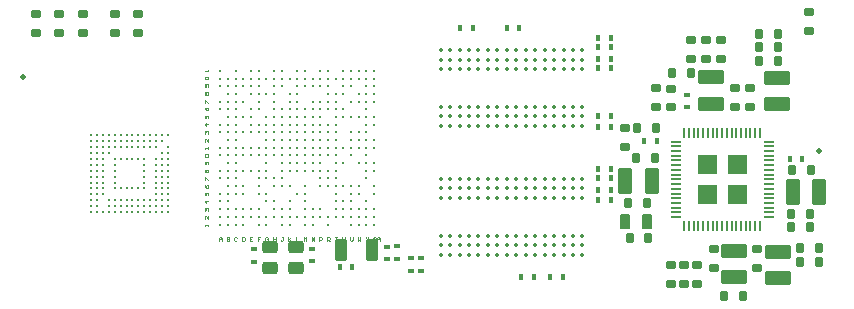
<source format=gtp>
G04*
G04 #@! TF.GenerationSoftware,Altium Limited,Altium Designer,22.5.1 (42)*
G04*
G04 Layer_Color=15987699*
%FSLAX24Y24*%
%MOIN*%
G70*
G04*
G04 #@! TF.SameCoordinates,15B8646E-C553-4937-87EE-17013A6B0CAB*
G04*
G04*
G04 #@! TF.FilePolarity,Positive*
G04*
G01*
G75*
%ADD11C,0.0098*%
%ADD12C,0.0091*%
%ADD15C,0.0004*%
%ADD16C,0.0197*%
G04:AMPARAMS|DCode=17|XSize=27.6mil|YSize=31.5mil|CornerRadius=3.4mil|HoleSize=0mil|Usage=FLASHONLY|Rotation=270.000|XOffset=0mil|YOffset=0mil|HoleType=Round|Shape=RoundedRectangle|*
%AMROUNDEDRECTD17*
21,1,0.0276,0.0246,0,0,270.0*
21,1,0.0207,0.0315,0,0,270.0*
1,1,0.0069,-0.0123,-0.0103*
1,1,0.0069,-0.0123,0.0103*
1,1,0.0069,0.0123,0.0103*
1,1,0.0069,0.0123,-0.0103*
%
%ADD17ROUNDEDRECTD17*%
%ADD18C,0.0138*%
G04:AMPARAMS|DCode=19|XSize=51.2mil|YSize=43.3mil|CornerRadius=10.8mil|HoleSize=0mil|Usage=FLASHONLY|Rotation=180.000|XOffset=0mil|YOffset=0mil|HoleType=Round|Shape=RoundedRectangle|*
%AMROUNDEDRECTD19*
21,1,0.0512,0.0217,0,0,180.0*
21,1,0.0295,0.0433,0,0,180.0*
1,1,0.0217,-0.0148,0.0108*
1,1,0.0217,0.0148,0.0108*
1,1,0.0217,0.0148,-0.0108*
1,1,0.0217,-0.0148,-0.0108*
%
%ADD19ROUNDEDRECTD19*%
G04:AMPARAMS|DCode=20|XSize=8.7mil|YSize=33.9mil|CornerRadius=1.1mil|HoleSize=0mil|Usage=FLASHONLY|Rotation=180.000|XOffset=0mil|YOffset=0mil|HoleType=Round|Shape=RoundedRectangle|*
%AMROUNDEDRECTD20*
21,1,0.0087,0.0317,0,0,180.0*
21,1,0.0065,0.0339,0,0,180.0*
1,1,0.0022,-0.0032,0.0158*
1,1,0.0022,0.0032,0.0158*
1,1,0.0022,0.0032,-0.0158*
1,1,0.0022,-0.0032,-0.0158*
%
%ADD20ROUNDEDRECTD20*%
G04:AMPARAMS|DCode=21|XSize=33.9mil|YSize=8.7mil|CornerRadius=1.1mil|HoleSize=0mil|Usage=FLASHONLY|Rotation=180.000|XOffset=0mil|YOffset=0mil|HoleType=Round|Shape=RoundedRectangle|*
%AMROUNDEDRECTD21*
21,1,0.0339,0.0065,0,0,180.0*
21,1,0.0317,0.0087,0,0,180.0*
1,1,0.0022,-0.0158,0.0032*
1,1,0.0022,0.0158,0.0032*
1,1,0.0022,0.0158,-0.0032*
1,1,0.0022,-0.0158,-0.0032*
%
%ADD21ROUNDEDRECTD21*%
G04:AMPARAMS|DCode=22|XSize=39.4mil|YSize=70.9mil|CornerRadius=4.9mil|HoleSize=0mil|Usage=FLASHONLY|Rotation=180.000|XOffset=0mil|YOffset=0mil|HoleType=Round|Shape=RoundedRectangle|*
%AMROUNDEDRECTD22*
21,1,0.0394,0.0610,0,0,180.0*
21,1,0.0295,0.0709,0,0,180.0*
1,1,0.0098,-0.0148,0.0305*
1,1,0.0098,0.0148,0.0305*
1,1,0.0098,0.0148,-0.0305*
1,1,0.0098,-0.0148,-0.0305*
%
%ADD22ROUNDEDRECTD22*%
G04:AMPARAMS|DCode=23|XSize=50mil|YSize=35mil|CornerRadius=4.4mil|HoleSize=0mil|Usage=FLASHONLY|Rotation=270.000|XOffset=0mil|YOffset=0mil|HoleType=Round|Shape=RoundedRectangle|*
%AMROUNDEDRECTD23*
21,1,0.0500,0.0263,0,0,270.0*
21,1,0.0413,0.0350,0,0,270.0*
1,1,0.0088,-0.0131,-0.0206*
1,1,0.0088,-0.0131,0.0206*
1,1,0.0088,0.0131,0.0206*
1,1,0.0088,0.0131,-0.0206*
%
%ADD23ROUNDEDRECTD23*%
G04:AMPARAMS|DCode=24|XSize=15.7mil|YSize=19.7mil|CornerRadius=2mil|HoleSize=0mil|Usage=FLASHONLY|Rotation=180.000|XOffset=0mil|YOffset=0mil|HoleType=Round|Shape=RoundedRectangle|*
%AMROUNDEDRECTD24*
21,1,0.0157,0.0157,0,0,180.0*
21,1,0.0118,0.0197,0,0,180.0*
1,1,0.0039,-0.0059,0.0079*
1,1,0.0039,0.0059,0.0079*
1,1,0.0039,0.0059,-0.0079*
1,1,0.0039,-0.0059,-0.0079*
%
%ADD24ROUNDEDRECTD24*%
G04:AMPARAMS|DCode=25|XSize=15.7mil|YSize=19.7mil|CornerRadius=2mil|HoleSize=0mil|Usage=FLASHONLY|Rotation=270.000|XOffset=0mil|YOffset=0mil|HoleType=Round|Shape=RoundedRectangle|*
%AMROUNDEDRECTD25*
21,1,0.0157,0.0157,0,0,270.0*
21,1,0.0118,0.0197,0,0,270.0*
1,1,0.0039,-0.0079,-0.0059*
1,1,0.0039,-0.0079,0.0059*
1,1,0.0039,0.0079,0.0059*
1,1,0.0039,0.0079,-0.0059*
%
%ADD25ROUNDEDRECTD25*%
G04:AMPARAMS|DCode=26|XSize=47.2mil|YSize=87.4mil|CornerRadius=5.9mil|HoleSize=0mil|Usage=FLASHONLY|Rotation=90.000|XOffset=0mil|YOffset=0mil|HoleType=Round|Shape=RoundedRectangle|*
%AMROUNDEDRECTD26*
21,1,0.0472,0.0756,0,0,90.0*
21,1,0.0354,0.0874,0,0,90.0*
1,1,0.0118,0.0378,0.0177*
1,1,0.0118,0.0378,-0.0177*
1,1,0.0118,-0.0378,-0.0177*
1,1,0.0118,-0.0378,0.0177*
%
%ADD26ROUNDEDRECTD26*%
G04:AMPARAMS|DCode=27|XSize=47.2mil|YSize=87.4mil|CornerRadius=5.9mil|HoleSize=0mil|Usage=FLASHONLY|Rotation=180.000|XOffset=0mil|YOffset=0mil|HoleType=Round|Shape=RoundedRectangle|*
%AMROUNDEDRECTD27*
21,1,0.0472,0.0756,0,0,180.0*
21,1,0.0354,0.0874,0,0,180.0*
1,1,0.0118,-0.0177,0.0378*
1,1,0.0118,0.0177,0.0378*
1,1,0.0118,0.0177,-0.0378*
1,1,0.0118,-0.0177,-0.0378*
%
%ADD27ROUNDEDRECTD27*%
G04:AMPARAMS|DCode=28|XSize=27.6mil|YSize=31.5mil|CornerRadius=3.4mil|HoleSize=0mil|Usage=FLASHONLY|Rotation=180.000|XOffset=0mil|YOffset=0mil|HoleType=Round|Shape=RoundedRectangle|*
%AMROUNDEDRECTD28*
21,1,0.0276,0.0246,0,0,180.0*
21,1,0.0207,0.0315,0,0,180.0*
1,1,0.0069,-0.0103,0.0123*
1,1,0.0069,0.0103,0.0123*
1,1,0.0069,0.0103,-0.0123*
1,1,0.0069,-0.0103,-0.0123*
%
%ADD28ROUNDEDRECTD28*%
G36*
X22656Y5514D02*
X23289D01*
Y4880D01*
X22656D01*
Y5514D01*
D02*
G37*
G36*
Y6518D02*
X23289D01*
Y5884D01*
X22656D01*
Y6518D01*
D02*
G37*
G36*
X23659Y5514D02*
X24293D01*
Y4880D01*
X23659D01*
Y5514D01*
D02*
G37*
G36*
Y6518D02*
X24293D01*
Y5884D01*
X23659D01*
Y6518D01*
D02*
G37*
D11*
X5000Y4606D02*
D03*
X4803D02*
D03*
X4606D02*
D03*
X4409D02*
D03*
X4213D02*
D03*
X4016D02*
D03*
X3819D02*
D03*
X3622D02*
D03*
X3425D02*
D03*
X3228D02*
D03*
X3031D02*
D03*
X2835D02*
D03*
X2638D02*
D03*
X2441D02*
D03*
X5000Y4803D02*
D03*
X4803D02*
D03*
X4606D02*
D03*
X4409D02*
D03*
X4213D02*
D03*
X4016D02*
D03*
X3819D02*
D03*
X3622D02*
D03*
X3425D02*
D03*
X3228D02*
D03*
X3031D02*
D03*
X2638D02*
D03*
X2441D02*
D03*
X5000Y5000D02*
D03*
X4803D02*
D03*
X4606D02*
D03*
X4409D02*
D03*
X4213D02*
D03*
X4016D02*
D03*
X3819D02*
D03*
X3622D02*
D03*
X3425D02*
D03*
X3228D02*
D03*
X3031D02*
D03*
X2638D02*
D03*
X2441D02*
D03*
X5000Y5197D02*
D03*
X4803D02*
D03*
X4606D02*
D03*
X2835D02*
D03*
X2638D02*
D03*
X2441D02*
D03*
X5000Y5394D02*
D03*
X4803D02*
D03*
X4606D02*
D03*
X4213D02*
D03*
X4016D02*
D03*
X3819D02*
D03*
X3622D02*
D03*
X3425D02*
D03*
X3228D02*
D03*
X2835D02*
D03*
X2638D02*
D03*
X2441D02*
D03*
X5000Y5591D02*
D03*
X4803D02*
D03*
X4606D02*
D03*
X4213D02*
D03*
X3228D02*
D03*
X2835D02*
D03*
X2638D02*
D03*
X2441D02*
D03*
X5000Y5787D02*
D03*
X4803D02*
D03*
X4606D02*
D03*
X4213D02*
D03*
X3228D02*
D03*
X2835D02*
D03*
X2638D02*
D03*
X2441D02*
D03*
X5000Y5984D02*
D03*
X4803D02*
D03*
X4606D02*
D03*
X4213D02*
D03*
X3228D02*
D03*
X2835D02*
D03*
X2638D02*
D03*
X2441D02*
D03*
X5000Y6181D02*
D03*
X4803D02*
D03*
X4606D02*
D03*
X4213D02*
D03*
X3228D02*
D03*
X2835D02*
D03*
X2638D02*
D03*
X2441D02*
D03*
X5000Y6378D02*
D03*
X4803D02*
D03*
X4606D02*
D03*
X4213D02*
D03*
X4016D02*
D03*
X3819D02*
D03*
X3622D02*
D03*
X3425D02*
D03*
X3228D02*
D03*
X2835D02*
D03*
X2638D02*
D03*
X2441D02*
D03*
X5000Y6575D02*
D03*
X4803D02*
D03*
X3031D02*
D03*
X2835D02*
D03*
X2638D02*
D03*
X2441D02*
D03*
X5000Y6772D02*
D03*
X4606D02*
D03*
X4409D02*
D03*
X4213D02*
D03*
X4016D02*
D03*
X3819D02*
D03*
X3622D02*
D03*
X3425D02*
D03*
X3228D02*
D03*
X3031D02*
D03*
X2835D02*
D03*
X2638D02*
D03*
X2441D02*
D03*
X4803Y6969D02*
D03*
X4606D02*
D03*
X4409D02*
D03*
X4213D02*
D03*
X4016D02*
D03*
X3819D02*
D03*
X3622D02*
D03*
X3425D02*
D03*
X3228D02*
D03*
X3031D02*
D03*
X2835D02*
D03*
X2638D02*
D03*
X2441D02*
D03*
X5000Y7165D02*
D03*
X4803D02*
D03*
X4606D02*
D03*
X4409D02*
D03*
X4213D02*
D03*
X4016D02*
D03*
X3819D02*
D03*
X3622D02*
D03*
X3425D02*
D03*
X3228D02*
D03*
X3031D02*
D03*
X2835D02*
D03*
X2638D02*
D03*
X2441D02*
D03*
D12*
X6752Y4193D02*
D03*
X7008D02*
D03*
X7264D02*
D03*
X7520D02*
D03*
X8031D02*
D03*
X8287D02*
D03*
X8799D02*
D03*
X9055D02*
D03*
X9567D02*
D03*
X9823D02*
D03*
X10335D02*
D03*
X11102D02*
D03*
X11358D02*
D03*
X11614D02*
D03*
X11870D02*
D03*
X6752Y4449D02*
D03*
X7008D02*
D03*
X7264D02*
D03*
X7520D02*
D03*
X7776D02*
D03*
X8031D02*
D03*
X8287D02*
D03*
X8543D02*
D03*
X8799D02*
D03*
X9055D02*
D03*
X9311D02*
D03*
X9567D02*
D03*
X9823D02*
D03*
X10079D02*
D03*
X10335D02*
D03*
X10591D02*
D03*
X10846D02*
D03*
X11102D02*
D03*
X11358D02*
D03*
X11614D02*
D03*
X11870D02*
D03*
X6752Y4705D02*
D03*
X7008D02*
D03*
X7264D02*
D03*
X7520D02*
D03*
X7776D02*
D03*
X8031D02*
D03*
X8543D02*
D03*
X8799D02*
D03*
X9055D02*
D03*
X9567D02*
D03*
X9823D02*
D03*
X10079D02*
D03*
X10591D02*
D03*
X10846D02*
D03*
X11102D02*
D03*
X11358D02*
D03*
X11614D02*
D03*
X11870D02*
D03*
X6752Y4961D02*
D03*
X7008D02*
D03*
X8287D02*
D03*
X8543D02*
D03*
X9055D02*
D03*
X9567D02*
D03*
X10079Y5472D02*
D03*
X10591Y4961D02*
D03*
X10846D02*
D03*
X11102D02*
D03*
X11614D02*
D03*
X6752Y5217D02*
D03*
X7008D02*
D03*
X7264D02*
D03*
X7520D02*
D03*
X8031D02*
D03*
X8287D02*
D03*
X9311D02*
D03*
X9567D02*
D03*
X10591D02*
D03*
X11102D02*
D03*
X11358D02*
D03*
X11870D02*
D03*
X7008Y5472D02*
D03*
X7264D02*
D03*
X7520D02*
D03*
X8031D02*
D03*
X8543D02*
D03*
X8799D02*
D03*
X9055D02*
D03*
X9567D02*
D03*
X10335D02*
D03*
X10591D02*
D03*
X10846D02*
D03*
X11102D02*
D03*
X11358D02*
D03*
X11870D02*
D03*
X6752Y5728D02*
D03*
X7008D02*
D03*
X7264D02*
D03*
X8031D02*
D03*
X8287D02*
D03*
X8543D02*
D03*
X8799D02*
D03*
X10079D02*
D03*
X10335D02*
D03*
X10591D02*
D03*
X11614D02*
D03*
X6752Y5984D02*
D03*
X7008D02*
D03*
X7264D02*
D03*
X7520D02*
D03*
X7776D02*
D03*
X8031D02*
D03*
X8287D02*
D03*
X8799D02*
D03*
X9055D02*
D03*
X9311D02*
D03*
X9567D02*
D03*
X9823D02*
D03*
X10079D02*
D03*
X10335D02*
D03*
X10591D02*
D03*
X11614D02*
D03*
X11870D02*
D03*
X7008Y6240D02*
D03*
X7264D02*
D03*
X8287D02*
D03*
X8799D02*
D03*
X9055D02*
D03*
X9311D02*
D03*
X9567D02*
D03*
X9823D02*
D03*
X10079D02*
D03*
X10591D02*
D03*
X10846D02*
D03*
X11614D02*
D03*
X11870D02*
D03*
X6752Y6496D02*
D03*
X7008D02*
D03*
X7264D02*
D03*
X7520D02*
D03*
X7776D02*
D03*
X8031D02*
D03*
X8287D02*
D03*
X8543D02*
D03*
X8799D02*
D03*
X9055D02*
D03*
X9311D02*
D03*
X9567D02*
D03*
X9823D02*
D03*
X10079D02*
D03*
X10335D02*
D03*
X10591D02*
D03*
X11102D02*
D03*
X11614D02*
D03*
X6752Y6752D02*
D03*
X7008D02*
D03*
X7264D02*
D03*
X7520D02*
D03*
X7776D02*
D03*
X8031D02*
D03*
X8287D02*
D03*
X8543D02*
D03*
X8799D02*
D03*
X9055D02*
D03*
X9311D02*
D03*
X9567D02*
D03*
X9823D02*
D03*
X10079D02*
D03*
X10335D02*
D03*
X10591D02*
D03*
X10846D02*
D03*
X11102D02*
D03*
X11358D02*
D03*
X11614D02*
D03*
X11870D02*
D03*
X7008Y7008D02*
D03*
X7264D02*
D03*
X8287D02*
D03*
X8543D02*
D03*
X8799D02*
D03*
X9055D02*
D03*
X9311D02*
D03*
X9567D02*
D03*
X9823D02*
D03*
X10079D02*
D03*
X10335D02*
D03*
X10591D02*
D03*
X11102D02*
D03*
X11358D02*
D03*
X11614D02*
D03*
X11870D02*
D03*
X6752Y7264D02*
D03*
X7008D02*
D03*
X7264D02*
D03*
X7520D02*
D03*
X7776D02*
D03*
X8031D02*
D03*
X8287D02*
D03*
X8543D02*
D03*
X8799D02*
D03*
X9055D02*
D03*
X9311D02*
D03*
X9567D02*
D03*
X9823D02*
D03*
X10079D02*
D03*
X10335D02*
D03*
X10591D02*
D03*
X11102D02*
D03*
X11614D02*
D03*
X6752Y7520D02*
D03*
X7008D02*
D03*
X7264D02*
D03*
X7776D02*
D03*
X8031D02*
D03*
X8287D02*
D03*
X8543D02*
D03*
X8799D02*
D03*
X9055D02*
D03*
X9311D02*
D03*
X9567D02*
D03*
X9823D02*
D03*
X10079D02*
D03*
X10335D02*
D03*
X10591D02*
D03*
X11614D02*
D03*
X11870D02*
D03*
X7008Y7776D02*
D03*
X7264D02*
D03*
X7520D02*
D03*
X7776D02*
D03*
X8287D02*
D03*
X8543D02*
D03*
X8799D02*
D03*
X9055D02*
D03*
X9311D02*
D03*
X9567D02*
D03*
X9823D02*
D03*
X10079D02*
D03*
X10591D02*
D03*
X10846D02*
D03*
X11102D02*
D03*
X11358D02*
D03*
X11614D02*
D03*
X11870D02*
D03*
X6752Y8031D02*
D03*
X7008D02*
D03*
X7264D02*
D03*
X7776D02*
D03*
X8031D02*
D03*
X8543D02*
D03*
X8799D02*
D03*
X9055D02*
D03*
X9311D02*
D03*
X9567D02*
D03*
X9823D02*
D03*
X10079D02*
D03*
X10335D02*
D03*
X10591D02*
D03*
X10846D02*
D03*
X11614D02*
D03*
X6752Y8287D02*
D03*
X7008D02*
D03*
X7264D02*
D03*
X7520D02*
D03*
X8031D02*
D03*
X8543D02*
D03*
X9055D02*
D03*
X9311D02*
D03*
X9823D02*
D03*
X10079D02*
D03*
X10335D02*
D03*
X10591D02*
D03*
X11102D02*
D03*
X11614D02*
D03*
X11870D02*
D03*
X7008Y8543D02*
D03*
X7264D02*
D03*
X7776D02*
D03*
X8031D02*
D03*
X8287D02*
D03*
X8543D02*
D03*
X9055D02*
D03*
X9311D02*
D03*
X10335D02*
D03*
X10591D02*
D03*
X10846D02*
D03*
X11358D02*
D03*
X11614D02*
D03*
X11870D02*
D03*
X6752Y8799D02*
D03*
X7008D02*
D03*
X7264D02*
D03*
X7520D02*
D03*
X7776D02*
D03*
X8031D02*
D03*
X8543D02*
D03*
X8799D02*
D03*
X9311D02*
D03*
X9567D02*
D03*
X9823D02*
D03*
X10079D02*
D03*
X10335D02*
D03*
X10846D02*
D03*
X11102D02*
D03*
X11614D02*
D03*
X11870D02*
D03*
X6752Y9055D02*
D03*
X7008D02*
D03*
X7264D02*
D03*
X7520D02*
D03*
X7776D02*
D03*
X8031D02*
D03*
X8287D02*
D03*
X8543D02*
D03*
X8799D02*
D03*
X9055D02*
D03*
X9311D02*
D03*
X9567D02*
D03*
X9823D02*
D03*
X10079D02*
D03*
X10335D02*
D03*
X10591D02*
D03*
X10846D02*
D03*
X11102D02*
D03*
X11358D02*
D03*
X11614D02*
D03*
X11870D02*
D03*
X6752Y9311D02*
D03*
X7264D02*
D03*
X7776D02*
D03*
X8031D02*
D03*
X8543D02*
D03*
X8799D02*
D03*
X9311D02*
D03*
X9567D02*
D03*
X10079D02*
D03*
X10335D02*
D03*
X10846D02*
D03*
X11102D02*
D03*
X11358D02*
D03*
X11614D02*
D03*
X11870D02*
D03*
X11358Y7264D02*
D03*
Y6240D02*
D03*
Y8287D02*
D03*
D15*
X6352Y4143D02*
Y4186D01*
Y4165D01*
X6222D01*
X6244Y4143D01*
X6352Y4468D02*
Y4381D01*
X6265Y4468D01*
X6244D01*
X6222Y4446D01*
Y4403D01*
X6244Y4381D01*
Y4641D02*
X6222Y4662D01*
Y4706D01*
X6244Y4727D01*
X6265D01*
X6287Y4706D01*
Y4684D01*
Y4706D01*
X6309Y4727D01*
X6330D01*
X6352Y4706D01*
Y4662D01*
X6330Y4641D01*
X6352Y4965D02*
X6222D01*
X6287Y4901D01*
Y4987D01*
X6222Y5247D02*
Y5160D01*
X6287D01*
X6265Y5204D01*
Y5225D01*
X6287Y5247D01*
X6330D01*
X6352Y5225D01*
Y5182D01*
X6330Y5160D01*
X6222Y5507D02*
X6244Y5463D01*
X6287Y5420D01*
X6330D01*
X6352Y5442D01*
Y5485D01*
X6330Y5507D01*
X6309D01*
X6287Y5485D01*
Y5420D01*
X6222Y5680D02*
Y5766D01*
X6244D01*
X6330Y5680D01*
X6352D01*
X6244Y5940D02*
X6222Y5961D01*
Y6005D01*
X6244Y6026D01*
X6265D01*
X6287Y6005D01*
X6309Y6026D01*
X6330D01*
X6352Y6005D01*
Y5961D01*
X6330Y5940D01*
X6309D01*
X6287Y5961D01*
X6265Y5940D01*
X6244D01*
X6287Y5961D02*
Y6005D01*
X6330Y6199D02*
X6352Y6221D01*
Y6264D01*
X6330Y6286D01*
X6244D01*
X6222Y6264D01*
Y6221D01*
X6244Y6199D01*
X6265D01*
X6287Y6221D01*
Y6286D01*
X6244Y6459D02*
X6222Y6481D01*
Y6524D01*
X6244Y6546D01*
X6330D01*
X6352Y6524D01*
Y6481D01*
X6330Y6459D01*
X6244D01*
X6352Y6719D02*
Y6762D01*
Y6740D01*
X6222D01*
X6244Y6719D01*
X6352Y7044D02*
Y6957D01*
X6265Y7044D01*
X6244D01*
X6222Y7022D01*
Y6979D01*
X6244Y6957D01*
Y7217D02*
X6222Y7238D01*
Y7282D01*
X6244Y7303D01*
X6265D01*
X6287Y7282D01*
Y7260D01*
Y7282D01*
X6309Y7303D01*
X6330D01*
X6352Y7282D01*
Y7238D01*
X6330Y7217D01*
X6352Y7541D02*
X6222D01*
X6287Y7476D01*
Y7563D01*
X6222Y7823D02*
Y7736D01*
X6287D01*
X6265Y7780D01*
Y7801D01*
X6287Y7823D01*
X6330D01*
X6352Y7801D01*
Y7758D01*
X6330Y7736D01*
X6222Y8083D02*
X6244Y8039D01*
X6287Y7996D01*
X6330D01*
X6352Y8018D01*
Y8061D01*
X6330Y8083D01*
X6309D01*
X6287Y8061D01*
Y7996D01*
X6222Y8256D02*
Y8342D01*
X6244D01*
X6330Y8256D01*
X6352D01*
X6244Y8515D02*
X6222Y8537D01*
Y8580D01*
X6244Y8602D01*
X6265D01*
X6287Y8580D01*
X6309Y8602D01*
X6330D01*
X6352Y8580D01*
Y8537D01*
X6330Y8515D01*
X6309D01*
X6287Y8537D01*
X6265Y8515D01*
X6244D01*
X6287Y8537D02*
Y8580D01*
X6330Y8775D02*
X6352Y8797D01*
Y8840D01*
X6330Y8862D01*
X6244D01*
X6222Y8840D01*
Y8797D01*
X6244Y8775D01*
X6265D01*
X6287Y8797D01*
Y8862D01*
X6244Y9035D02*
X6222Y9057D01*
Y9100D01*
X6244Y9122D01*
X6330D01*
X6352Y9100D01*
Y9057D01*
X6330Y9035D01*
X6244D01*
X6352Y9295D02*
Y9338D01*
Y9316D01*
X6222D01*
X6244Y9295D01*
X6702Y3643D02*
Y3729D01*
X6745Y3772D01*
X6788Y3729D01*
Y3643D01*
Y3707D01*
X6702D01*
X6959Y3772D02*
Y3643D01*
X7024D01*
X7045Y3664D01*
Y3686D01*
X7024Y3707D01*
X6959D01*
X7024D01*
X7045Y3729D01*
Y3750D01*
X7024Y3772D01*
X6959D01*
X7303Y3750D02*
X7281Y3772D01*
X7238D01*
X7217Y3750D01*
Y3664D01*
X7238Y3643D01*
X7281D01*
X7303Y3664D01*
X7474Y3772D02*
Y3643D01*
X7538D01*
X7560Y3664D01*
Y3750D01*
X7538Y3772D01*
X7474D01*
X7817D02*
X7732D01*
Y3643D01*
X7817D01*
X7732Y3707D02*
X7774D01*
X8075Y3772D02*
X7989D01*
Y3707D01*
X8032D01*
X7989D01*
Y3643D01*
X8332Y3750D02*
X8311Y3772D01*
X8268D01*
X8246Y3750D01*
Y3664D01*
X8268Y3643D01*
X8311D01*
X8332Y3664D01*
Y3707D01*
X8289D01*
X8504Y3772D02*
Y3643D01*
Y3707D01*
X8590D01*
Y3772D01*
Y3643D01*
X8847Y3772D02*
X8804D01*
X8825D01*
Y3664D01*
X8804Y3643D01*
X8783D01*
X8761Y3664D01*
X9019Y3772D02*
Y3643D01*
Y3686D01*
X9104Y3772D01*
X9040Y3707D01*
X9104Y3643D01*
X9276Y3772D02*
Y3643D01*
X9362D01*
X9533D02*
Y3772D01*
X9576Y3729D01*
X9619Y3772D01*
Y3643D01*
X9791D02*
Y3772D01*
X9877Y3643D01*
Y3772D01*
X10048Y3643D02*
Y3772D01*
X10112D01*
X10134Y3750D01*
Y3707D01*
X10112Y3686D01*
X10048D01*
X10306Y3643D02*
Y3772D01*
X10370D01*
X10391Y3750D01*
Y3707D01*
X10370Y3686D01*
X10306D01*
X10348D02*
X10391Y3643D01*
X10563Y3772D02*
X10649D01*
X10606D01*
Y3643D01*
X10820Y3772D02*
Y3664D01*
X10842Y3643D01*
X10885D01*
X10906Y3664D01*
Y3772D01*
X11078D02*
Y3686D01*
X11121Y3643D01*
X11163Y3686D01*
Y3772D01*
X11335D02*
Y3643D01*
X11378Y3686D01*
X11421Y3643D01*
Y3772D01*
X11592D02*
Y3750D01*
X11635Y3707D01*
X11678Y3750D01*
Y3772D01*
X11635Y3707D02*
Y3643D01*
X11850D02*
Y3729D01*
X11893Y3772D01*
X11936Y3729D01*
Y3643D01*
Y3707D01*
X11850D01*
X11979Y3643D02*
Y3729D01*
X12021Y3772D01*
X12064Y3729D01*
Y3643D01*
Y3707D01*
X11979D01*
D16*
X181Y9118D02*
D03*
X26713Y6631D02*
D03*
D17*
X4016Y11221D02*
D03*
Y10591D02*
D03*
X2165Y11220D02*
D03*
Y10591D02*
D03*
X3228Y11220D02*
D03*
Y10591D02*
D03*
X1378Y11220D02*
D03*
Y10591D02*
D03*
X26378Y10630D02*
D03*
Y11260D02*
D03*
X591Y11221D02*
D03*
Y10591D02*
D03*
X23189Y3386D02*
D03*
Y2756D02*
D03*
X24409Y8110D02*
D03*
Y8740D02*
D03*
X23443Y10356D02*
D03*
Y9726D02*
D03*
X23898Y8740D02*
D03*
Y8110D02*
D03*
X21772Y2835D02*
D03*
Y2205D02*
D03*
X22205Y2835D02*
D03*
Y2205D02*
D03*
X22638Y2835D02*
D03*
Y2205D02*
D03*
X20236Y7402D02*
D03*
Y6772D02*
D03*
X21268Y8727D02*
D03*
Y8097D02*
D03*
X21777Y8096D02*
D03*
Y8726D02*
D03*
X24646Y2756D02*
D03*
Y3386D02*
D03*
X22449Y9726D02*
D03*
Y10356D02*
D03*
X22945Y9726D02*
D03*
Y10356D02*
D03*
D18*
X18819Y10000D02*
D03*
X18504D02*
D03*
X18189D02*
D03*
X17874D02*
D03*
X17559D02*
D03*
X17244D02*
D03*
X16929D02*
D03*
X16614D02*
D03*
X16299D02*
D03*
X15984D02*
D03*
X15669D02*
D03*
X15354D02*
D03*
X15039D02*
D03*
X14724D02*
D03*
X14409D02*
D03*
X14094D02*
D03*
X18819Y9685D02*
D03*
X18504D02*
D03*
X18189D02*
D03*
X17874D02*
D03*
X17559D02*
D03*
X17244D02*
D03*
X16929D02*
D03*
X16614D02*
D03*
X16299D02*
D03*
X15984D02*
D03*
X15669D02*
D03*
X15354D02*
D03*
X15039D02*
D03*
X14724D02*
D03*
X14409D02*
D03*
X14094D02*
D03*
X18819Y9370D02*
D03*
X18504D02*
D03*
X18189D02*
D03*
X17874D02*
D03*
X17559D02*
D03*
X17244D02*
D03*
X16929D02*
D03*
X16614D02*
D03*
X16299D02*
D03*
X15984D02*
D03*
X15669D02*
D03*
X15354D02*
D03*
X15039D02*
D03*
X14724D02*
D03*
X14409D02*
D03*
X14094D02*
D03*
X18819Y8110D02*
D03*
X18504D02*
D03*
X18189D02*
D03*
X17874D02*
D03*
X17559D02*
D03*
X17244D02*
D03*
X16929D02*
D03*
X16614D02*
D03*
X16299D02*
D03*
X15984D02*
D03*
X15669D02*
D03*
X15354D02*
D03*
X15039D02*
D03*
X14724D02*
D03*
X14409D02*
D03*
X14094D02*
D03*
X18819Y7795D02*
D03*
X18504D02*
D03*
X18189D02*
D03*
X17874D02*
D03*
X17559D02*
D03*
X17244D02*
D03*
X16929D02*
D03*
X16614D02*
D03*
X16299D02*
D03*
X15984D02*
D03*
X15669D02*
D03*
X15354D02*
D03*
X15039D02*
D03*
X14724D02*
D03*
X14409D02*
D03*
X14094D02*
D03*
X18819Y7480D02*
D03*
X18504D02*
D03*
X18189D02*
D03*
X17874D02*
D03*
X17559D02*
D03*
X17244D02*
D03*
X16929D02*
D03*
X16614D02*
D03*
X16299D02*
D03*
X15984D02*
D03*
X15669D02*
D03*
X15354D02*
D03*
X15039D02*
D03*
X14724D02*
D03*
X14409D02*
D03*
X14094D02*
D03*
X18819Y5709D02*
D03*
X18504D02*
D03*
X18189D02*
D03*
X17874D02*
D03*
X17559D02*
D03*
X17244D02*
D03*
X16929D02*
D03*
X16614D02*
D03*
X16299D02*
D03*
X15984D02*
D03*
X15669D02*
D03*
X15354D02*
D03*
X15039D02*
D03*
X14724D02*
D03*
X14409D02*
D03*
X14094D02*
D03*
X18819Y5394D02*
D03*
X18504D02*
D03*
X18189D02*
D03*
X17874D02*
D03*
X17559D02*
D03*
X17244D02*
D03*
X16929D02*
D03*
X16614D02*
D03*
X16299D02*
D03*
X15984D02*
D03*
X15669D02*
D03*
X15354D02*
D03*
X15039D02*
D03*
X14724D02*
D03*
X14409D02*
D03*
X14094D02*
D03*
X18819Y5079D02*
D03*
X18504D02*
D03*
X18189D02*
D03*
X17874D02*
D03*
X17559D02*
D03*
X17244D02*
D03*
X16929D02*
D03*
X16614D02*
D03*
X16299D02*
D03*
X15984D02*
D03*
X15669D02*
D03*
X15354D02*
D03*
X15039D02*
D03*
X14724D02*
D03*
X14409D02*
D03*
X14094D02*
D03*
X18819Y3819D02*
D03*
X18504D02*
D03*
X18189D02*
D03*
X17874D02*
D03*
X17559D02*
D03*
X17244D02*
D03*
X16929D02*
D03*
X16614D02*
D03*
X16299D02*
D03*
X15984D02*
D03*
X15669D02*
D03*
X15354D02*
D03*
X15039D02*
D03*
X14724D02*
D03*
X14409D02*
D03*
X14094D02*
D03*
X18819Y3504D02*
D03*
X18504D02*
D03*
X18189D02*
D03*
X17874D02*
D03*
X17559D02*
D03*
X17244D02*
D03*
X16929D02*
D03*
X16614D02*
D03*
X16299D02*
D03*
X15984D02*
D03*
X15669D02*
D03*
X15354D02*
D03*
X15039D02*
D03*
X14724D02*
D03*
X14409D02*
D03*
X14094D02*
D03*
X18819Y3189D02*
D03*
X18504D02*
D03*
X18189D02*
D03*
X17874D02*
D03*
X17559D02*
D03*
X17244D02*
D03*
X16929D02*
D03*
X16614D02*
D03*
X16299D02*
D03*
X15984D02*
D03*
X15669D02*
D03*
X15354D02*
D03*
X15039D02*
D03*
X14724D02*
D03*
X14409D02*
D03*
X14094D02*
D03*
D19*
X9280Y2744D02*
D03*
X8414D02*
D03*
Y3453D02*
D03*
X9280D02*
D03*
D20*
X24734Y7248D02*
D03*
X24577D02*
D03*
X24419D02*
D03*
X24262D02*
D03*
X24104D02*
D03*
X23947D02*
D03*
X23789D02*
D03*
X23632D02*
D03*
X23474D02*
D03*
X23317D02*
D03*
X23159D02*
D03*
X23002D02*
D03*
X22844D02*
D03*
X22687D02*
D03*
X22530D02*
D03*
X22372D02*
D03*
X22215D02*
D03*
Y4150D02*
D03*
X22372D02*
D03*
X22530D02*
D03*
X22687D02*
D03*
X22844D02*
D03*
X23002D02*
D03*
X23159D02*
D03*
X23317D02*
D03*
X23474D02*
D03*
X23632D02*
D03*
X23789D02*
D03*
X23947D02*
D03*
X24104D02*
D03*
X24262D02*
D03*
X24419D02*
D03*
X24577D02*
D03*
X24734D02*
D03*
D21*
X25024Y4439D02*
D03*
Y4596D02*
D03*
Y4754D02*
D03*
Y4911D02*
D03*
Y5069D02*
D03*
Y5226D02*
D03*
Y5384D02*
D03*
Y5541D02*
D03*
Y5699D02*
D03*
Y5856D02*
D03*
Y6014D02*
D03*
Y6171D02*
D03*
Y6329D02*
D03*
Y6486D02*
D03*
Y6644D02*
D03*
Y6801D02*
D03*
Y6959D02*
D03*
X21925D02*
D03*
Y6801D02*
D03*
Y6644D02*
D03*
Y6486D02*
D03*
Y6329D02*
D03*
Y6171D02*
D03*
Y6014D02*
D03*
Y5856D02*
D03*
Y5699D02*
D03*
Y5541D02*
D03*
Y5384D02*
D03*
Y5226D02*
D03*
Y5069D02*
D03*
Y4911D02*
D03*
Y4754D02*
D03*
Y4596D02*
D03*
Y4439D02*
D03*
D22*
X11804Y3344D02*
D03*
X10780D02*
D03*
D23*
X20984Y4291D02*
D03*
X20236D02*
D03*
D24*
X19350Y10400D02*
D03*
X19763D02*
D03*
X19350Y10100D02*
D03*
X19763D02*
D03*
X25728Y6378D02*
D03*
X26142D02*
D03*
X19350Y6050D02*
D03*
X19763D02*
D03*
X19350Y5750D02*
D03*
X19763D02*
D03*
X21289Y6986D02*
D03*
X20876D02*
D03*
X10731Y2768D02*
D03*
X11145D02*
D03*
X14750Y10750D02*
D03*
X15163D02*
D03*
X16713D02*
D03*
X16300D02*
D03*
X19763Y9723D02*
D03*
X19350D02*
D03*
X19763Y7800D02*
D03*
X19350D02*
D03*
X19763Y9400D02*
D03*
X19350D02*
D03*
X19763Y5350D02*
D03*
X19350D02*
D03*
X19763Y5022D02*
D03*
X19350D02*
D03*
Y7450D02*
D03*
X19763D02*
D03*
X16787Y2450D02*
D03*
X17200D02*
D03*
X18163D02*
D03*
X17750D02*
D03*
D25*
X12650Y3050D02*
D03*
Y3463D02*
D03*
X22300Y8100D02*
D03*
Y8513D02*
D03*
X7876Y2959D02*
D03*
Y3372D02*
D03*
X9817Y3390D02*
D03*
Y2977D02*
D03*
X12304Y3044D02*
D03*
Y3458D02*
D03*
X13450Y2650D02*
D03*
Y3063D02*
D03*
X13100Y2650D02*
D03*
Y3063D02*
D03*
D26*
X23858Y3307D02*
D03*
Y2433D02*
D03*
X23100Y8226D02*
D03*
Y9100D02*
D03*
X25338Y2409D02*
D03*
Y3283D02*
D03*
X25297Y8210D02*
D03*
Y9084D02*
D03*
D27*
X25846Y5281D02*
D03*
X26720D02*
D03*
X21124Y5650D02*
D03*
X20250D02*
D03*
D28*
X20391Y3748D02*
D03*
X21021D02*
D03*
X20354Y4921D02*
D03*
X20984D02*
D03*
X20630Y7402D02*
D03*
X21260D02*
D03*
X21797Y9246D02*
D03*
X22427D02*
D03*
X25330Y9650D02*
D03*
X24700D02*
D03*
X26414Y4552D02*
D03*
X25784D02*
D03*
X26427Y6014D02*
D03*
X25797D02*
D03*
X20600Y6395D02*
D03*
X21230D02*
D03*
X26414Y4114D02*
D03*
X25784D02*
D03*
X26692Y3399D02*
D03*
X26062D02*
D03*
X26698Y2949D02*
D03*
X26068D02*
D03*
X24173Y1811D02*
D03*
X23543D02*
D03*
X25330Y10550D02*
D03*
X24700D02*
D03*
X25330Y10100D02*
D03*
X24700D02*
D03*
M02*

</source>
